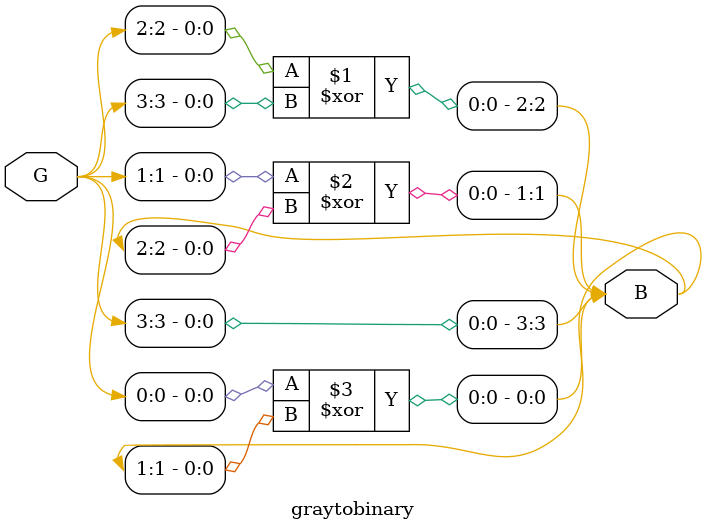
<source format=v>
`timescale 1ns / 1ps


module graytobinary(
output [3:0]B,
input [3:0]G
    );
 assign B[3]=G[3];
 assign B[2]=G[2]^B[3];
 assign B[1]=G[1]^B[2];
 assign B[0]=G[0]^B[1];
endmodule

</source>
